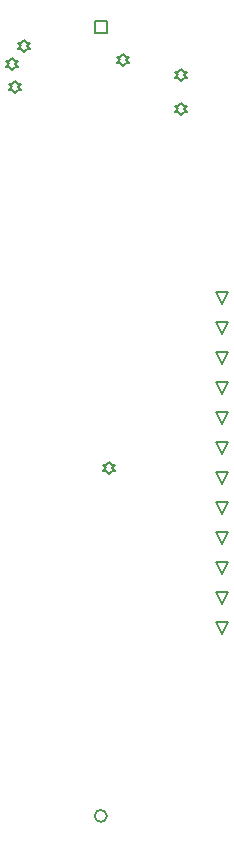
<source format=gbr>
%TF.GenerationSoftware,Altium Limited,Altium Designer,20.1.14 (287)*%
G04 Layer_Color=2752767*
%FSLAX26Y26*%
%MOIN*%
%TF.SameCoordinates,6A0BC998-17C7-4340-AACC-798D36D37454*%
%TF.FilePolarity,Positive*%
%TF.FileFunction,Drawing*%
%TF.Part,Single*%
G01*
G75*
%TA.AperFunction,NonConductor*%
%ADD24C,0.005000*%
%ADD34C,0.006667*%
D24*
X1876417Y4849449D02*
Y4889449D01*
X1916417D01*
Y4849449D01*
X1876417D01*
X2300000Y2845000D02*
X2280000Y2885000D01*
X2320000D01*
X2300000Y2845000D01*
Y2945000D02*
X2280000Y2985000D01*
X2320000D01*
X2300000Y2945000D01*
Y3045000D02*
X2280000Y3085000D01*
X2320000D01*
X2300000Y3045000D01*
Y3145000D02*
X2280000Y3185000D01*
X2320000D01*
X2300000Y3145000D01*
Y3245000D02*
X2280000Y3285000D01*
X2320000D01*
X2300000Y3245000D01*
Y3345000D02*
X2280000Y3385000D01*
X2320000D01*
X2300000Y3345000D01*
Y3445000D02*
X2280000Y3485000D01*
X2320000D01*
X2300000Y3445000D01*
Y3545000D02*
X2280000Y3585000D01*
X2320000D01*
X2300000Y3545000D01*
Y3645000D02*
X2280000Y3685000D01*
X2320000D01*
X2300000Y3645000D01*
Y3745000D02*
X2280000Y3785000D01*
X2320000D01*
X2300000Y3745000D01*
Y3845000D02*
X2280000Y3885000D01*
X2320000D01*
X2300000Y3845000D01*
Y3945000D02*
X2280000Y3985000D01*
X2320000D01*
X2300000Y3945000D01*
X1601654Y4726654D02*
X1611654Y4736654D01*
X1621654D01*
X1611654Y4746654D01*
X1621654Y4756654D01*
X1611654D01*
X1601654Y4766654D01*
X1591654Y4756654D01*
X1581654D01*
X1591654Y4746654D01*
X1581654Y4736654D01*
X1591654D01*
X1601654Y4726654D01*
X1610000Y4650228D02*
X1620000Y4660228D01*
X1630000D01*
X1620000Y4670228D01*
X1630000Y4680228D01*
X1620000D01*
X1610000Y4690228D01*
X1600000Y4680228D01*
X1590000D01*
X1600000Y4670228D01*
X1590000Y4660228D01*
X1600000D01*
X1610000Y4650228D01*
X1925000Y3380000D02*
X1935000Y3390000D01*
X1945000D01*
X1935000Y3400000D01*
X1945000Y3410000D01*
X1935000D01*
X1925000Y3420000D01*
X1915000Y3410000D01*
X1905000D01*
X1915000Y3400000D01*
X1905000Y3390000D01*
X1915000D01*
X1925000Y3380000D01*
X1640000Y4785000D02*
X1650000Y4795000D01*
X1660000D01*
X1650000Y4805000D01*
X1660000Y4815000D01*
X1650000D01*
X1640000Y4825000D01*
X1630000Y4815000D01*
X1620000D01*
X1630000Y4805000D01*
X1620000Y4795000D01*
X1630000D01*
X1640000Y4785000D01*
X2165000Y4575000D02*
X2175000Y4585000D01*
X2185000D01*
X2175000Y4595000D01*
X2185000Y4605000D01*
X2175000D01*
X2165000Y4615000D01*
X2155000Y4605000D01*
X2145000D01*
X2155000Y4595000D01*
X2145000Y4585000D01*
X2155000D01*
X2165000Y4575000D01*
X1970000Y4740000D02*
X1980000Y4750000D01*
X1990000D01*
X1980000Y4760000D01*
X1990000Y4770000D01*
X1980000D01*
X1970000Y4780000D01*
X1960000Y4770000D01*
X1950000D01*
X1960000Y4760000D01*
X1950000Y4750000D01*
X1960000D01*
X1970000Y4740000D01*
X2165000Y4690000D02*
X2175000Y4700000D01*
X2185000D01*
X2175000Y4710000D01*
X2185000Y4720000D01*
X2175000D01*
X2165000Y4730000D01*
X2155000Y4720000D01*
X2145000D01*
X2155000Y4710000D01*
X2145000Y4700000D01*
X2155000D01*
X2165000Y4690000D01*
D34*
X1916417Y2239528D02*
G03*
X1916417Y2239528I-20000J0D01*
G01*
%TF.MD5,ac1ec5dbff28bb740ff052b8b1ae70c0*%
M02*

</source>
